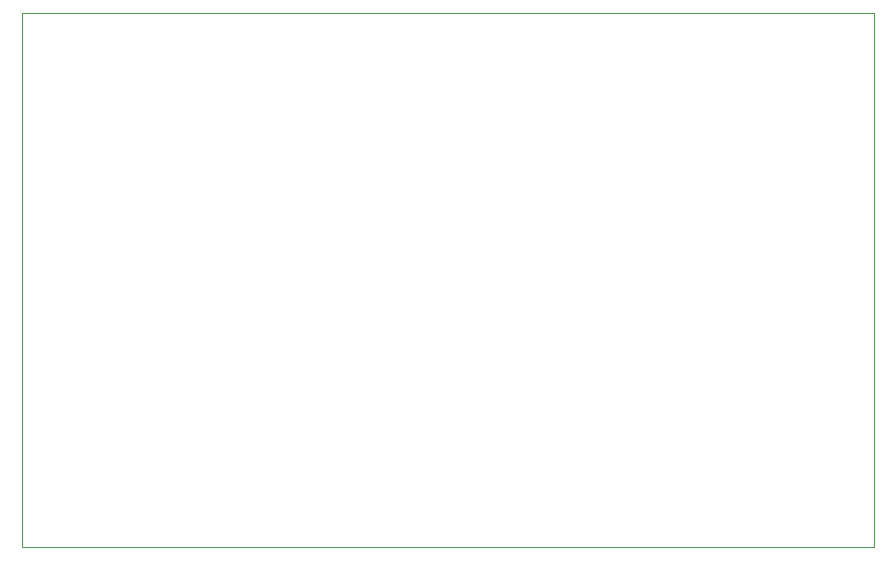
<source format=gbr>
%TF.GenerationSoftware,KiCad,Pcbnew,(5.1.5)-3*%
%TF.CreationDate,2020-11-10T23:28:26+01:00*%
%TF.ProjectId,Microstrip Filter,4d696372-6f73-4747-9269-702046696c74,1*%
%TF.SameCoordinates,Original*%
%TF.FileFunction,Profile,NP*%
%FSLAX46Y46*%
G04 Gerber Fmt 4.6, Leading zero omitted, Abs format (unit mm)*
G04 Created by KiCad (PCBNEW (5.1.5)-3) date 2020-11-10 23:28:26*
%MOMM*%
%LPD*%
G04 APERTURE LIST*
%TA.AperFunction,Profile*%
%ADD10C,0.050000*%
%TD*%
G04 APERTURE END LIST*
D10*
X28448000Y-27940000D02*
X28448000Y-73152000D01*
X100584000Y-27940000D02*
X28448000Y-27940000D01*
X100584000Y-73152000D02*
X100584000Y-27940000D01*
X28448000Y-73152000D02*
X100584000Y-73152000D01*
M02*

</source>
